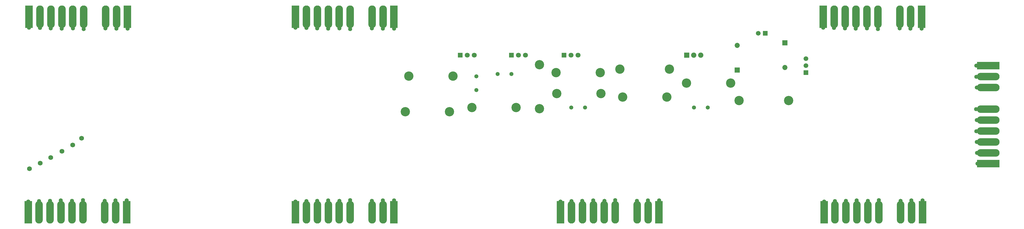
<source format=gbs>
G04 Layer_Color=16711935*
%FSLAX25Y25*%
%MOIN*%
G70*
G01*
G75*
%ADD34R,0.10800X0.32300*%
%ADD35O,0.10800X0.32300*%
%ADD36O,0.32300X0.10800*%
%ADD37R,0.32300X0.10800*%
%ADD38C,0.07493*%
%ADD39R,0.07493X0.07493*%
%ADD40R,0.07099X0.07099*%
%ADD41C,0.07099*%
%ADD42R,0.06706X0.06706*%
%ADD43C,0.06706*%
%ADD44R,0.06706X0.06706*%
%ADD45C,0.07296*%
%ADD46R,0.07296X0.07296*%
%ADD47C,0.13300*%
%ADD48C,0.05800*%
%ADD49C,0.06800*%
D34*
X1379600Y465000D02*
D03*
X1520000D02*
D03*
X1005000Y185000D02*
D03*
X1145400D02*
D03*
X247000Y465000D02*
D03*
X387400D02*
D03*
X627000D02*
D03*
X767400D02*
D03*
X627000Y185000D02*
D03*
X767400D02*
D03*
X1380800D02*
D03*
X1521200D02*
D03*
X245800D02*
D03*
X386200D02*
D03*
D35*
X1395200Y465000D02*
D03*
X1410800D02*
D03*
X1426400D02*
D03*
X1457600D02*
D03*
X1488800D02*
D03*
X1442000D02*
D03*
X1504400D02*
D03*
X1020600Y185000D02*
D03*
X1036200D02*
D03*
X1051800D02*
D03*
X1067400D02*
D03*
X1083000D02*
D03*
X1129800D02*
D03*
X1114200D02*
D03*
X278200Y465000D02*
D03*
X262600D02*
D03*
X293800D02*
D03*
X325000D02*
D03*
X356200D02*
D03*
X309400D02*
D03*
X371800D02*
D03*
X658200D02*
D03*
X642600D02*
D03*
X673800D02*
D03*
X705000D02*
D03*
X736200D02*
D03*
X689400D02*
D03*
X751800D02*
D03*
X642600Y185000D02*
D03*
X658200D02*
D03*
X673800D02*
D03*
X689400D02*
D03*
X705000D02*
D03*
X751800D02*
D03*
X736200D02*
D03*
X1396400D02*
D03*
X1412000D02*
D03*
X1427600D02*
D03*
X1443200D02*
D03*
X1458800D02*
D03*
X1505600D02*
D03*
X1490000D02*
D03*
X261400D02*
D03*
X277000D02*
D03*
X292600D02*
D03*
X308200D02*
D03*
X323800D02*
D03*
X370600D02*
D03*
X355000D02*
D03*
D36*
X1615000Y301400D02*
D03*
Y285800D02*
D03*
Y270200D02*
D03*
Y363800D02*
D03*
Y379400D02*
D03*
Y332600D02*
D03*
Y317000D02*
D03*
D37*
Y254600D02*
D03*
Y395000D02*
D03*
D38*
X1195000Y410000D02*
D03*
X1205000D02*
D03*
D39*
X1185000D02*
D03*
D40*
X1010000D02*
D03*
X862000D02*
D03*
X935000D02*
D03*
D41*
X1020000D02*
D03*
X1030000D02*
D03*
X872000D02*
D03*
X882000D02*
D03*
X945000D02*
D03*
X955000D02*
D03*
D42*
X1355000Y385000D02*
D03*
D43*
Y405000D02*
D03*
Y395000D02*
D03*
X1287000Y441284D02*
D03*
D44*
X1297000D02*
D03*
D45*
X1325000Y392284D02*
D03*
X1257000Y424000D02*
D03*
D46*
X1325000Y427716D02*
D03*
X1257000Y388567D02*
D03*
D47*
X1062496Y355000D02*
D03*
X999504D02*
D03*
X1160433Y390000D02*
D03*
X1089567D02*
D03*
X1247496Y370000D02*
D03*
X1184504D02*
D03*
X975000Y396496D02*
D03*
Y333504D02*
D03*
X1093504Y350000D02*
D03*
X1156496D02*
D03*
X1330433Y345000D02*
D03*
X1259567D02*
D03*
X788504Y380000D02*
D03*
X851496D02*
D03*
X783504Y329000D02*
D03*
X846496D02*
D03*
X878504Y335000D02*
D03*
X941496D02*
D03*
X1061496Y385000D02*
D03*
X998504D02*
D03*
D48*
X1039843Y335000D02*
D03*
X1020158D02*
D03*
X934842Y383000D02*
D03*
X915158D02*
D03*
X1214843Y335000D02*
D03*
X1195158D02*
D03*
X885000Y379842D02*
D03*
Y360157D02*
D03*
X1395100Y449000D02*
D03*
X1379600Y449500D02*
D03*
X1426100Y448000D02*
D03*
X1410600Y448500D02*
D03*
X1457600Y447500D02*
D03*
X1442100Y448500D02*
D03*
X1504100Y448000D02*
D03*
X1520100D02*
D03*
X1488600Y448500D02*
D03*
X1005000Y200500D02*
D03*
X1020500Y201000D02*
D03*
X1036000Y201500D02*
D03*
X1051500Y202000D02*
D03*
X1067500Y201500D02*
D03*
X1083000Y202500D02*
D03*
X1114000Y201500D02*
D03*
X1129500Y202000D02*
D03*
X1145500D02*
D03*
X262500Y449000D02*
D03*
X247000Y449500D02*
D03*
X293500Y448000D02*
D03*
X278000Y448500D02*
D03*
X325000Y447500D02*
D03*
X309500Y448500D02*
D03*
X371500Y448000D02*
D03*
X387500D02*
D03*
X356000Y448500D02*
D03*
X642500Y449000D02*
D03*
X627000Y449500D02*
D03*
X673500Y448000D02*
D03*
X658000Y448500D02*
D03*
X705000Y447500D02*
D03*
X689500Y448500D02*
D03*
X751500Y448000D02*
D03*
X767500D02*
D03*
X736000Y448500D02*
D03*
X627000Y200500D02*
D03*
X642500Y201000D02*
D03*
X658000Y201500D02*
D03*
X673500Y202000D02*
D03*
X689500Y201500D02*
D03*
X705000Y202500D02*
D03*
X736000Y201500D02*
D03*
X751500Y202000D02*
D03*
X767500D02*
D03*
X1380800Y200500D02*
D03*
X1396300Y201000D02*
D03*
X1411800Y201500D02*
D03*
X1427300Y202000D02*
D03*
X1443300Y201500D02*
D03*
X1458800Y202500D02*
D03*
X1489800Y201500D02*
D03*
X1505300Y202000D02*
D03*
X1521300D02*
D03*
X1598500Y285600D02*
D03*
X1598000Y301100D02*
D03*
X1598500Y317100D02*
D03*
X1599500Y254600D02*
D03*
X1599000Y270100D02*
D03*
X1597500Y332600D02*
D03*
X1598000Y395100D02*
D03*
Y379100D02*
D03*
X1598500Y363600D02*
D03*
X245800Y200500D02*
D03*
X261300Y201000D02*
D03*
X276800Y201500D02*
D03*
X292300Y202000D02*
D03*
X308300Y201500D02*
D03*
X323800Y202500D02*
D03*
X354800Y201500D02*
D03*
X370300Y202000D02*
D03*
X386300D02*
D03*
D49*
X247500Y247500D02*
D03*
X263000Y255500D02*
D03*
X278000Y263500D02*
D03*
X294000Y272500D02*
D03*
X309200Y281500D02*
D03*
X322056Y291000D02*
D03*
M02*

</source>
